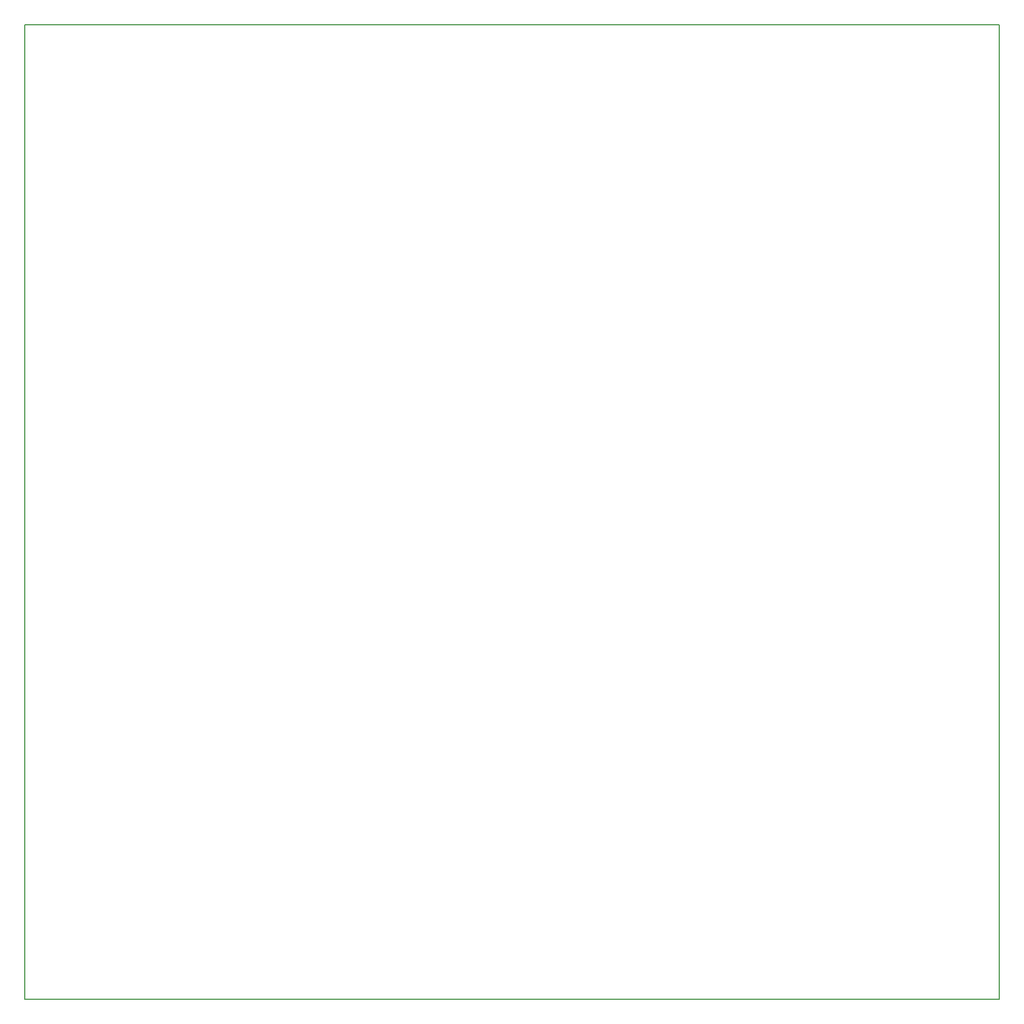
<source format=gm1>
G04 #@! TF.GenerationSoftware,KiCad,Pcbnew,5.0.1*
G04 #@! TF.CreationDate,2019-01-16T19:26:08-05:00*
G04 #@! TF.ProjectId,main,6D61696E2E6B696361645F7063620000,rev?*
G04 #@! TF.SameCoordinates,Original*
G04 #@! TF.FileFunction,Profile,NP*
%FSLAX46Y46*%
G04 Gerber Fmt 4.6, Leading zero omitted, Abs format (unit mm)*
G04 Created by KiCad (PCBNEW 5.0.1) date Wed 16 Jan 2019 07:26:08 PM EST*
%MOMM*%
%LPD*%
G01*
G04 APERTURE LIST*
%ADD10C,0.150000*%
G04 APERTURE END LIST*
D10*
X150000000Y0D02*
X0Y0D01*
X150000000Y0D02*
X150000000Y-150000000D01*
X0Y-150000000D02*
X150000000Y-150000000D01*
X0Y0D02*
X0Y-150000000D01*
M02*

</source>
